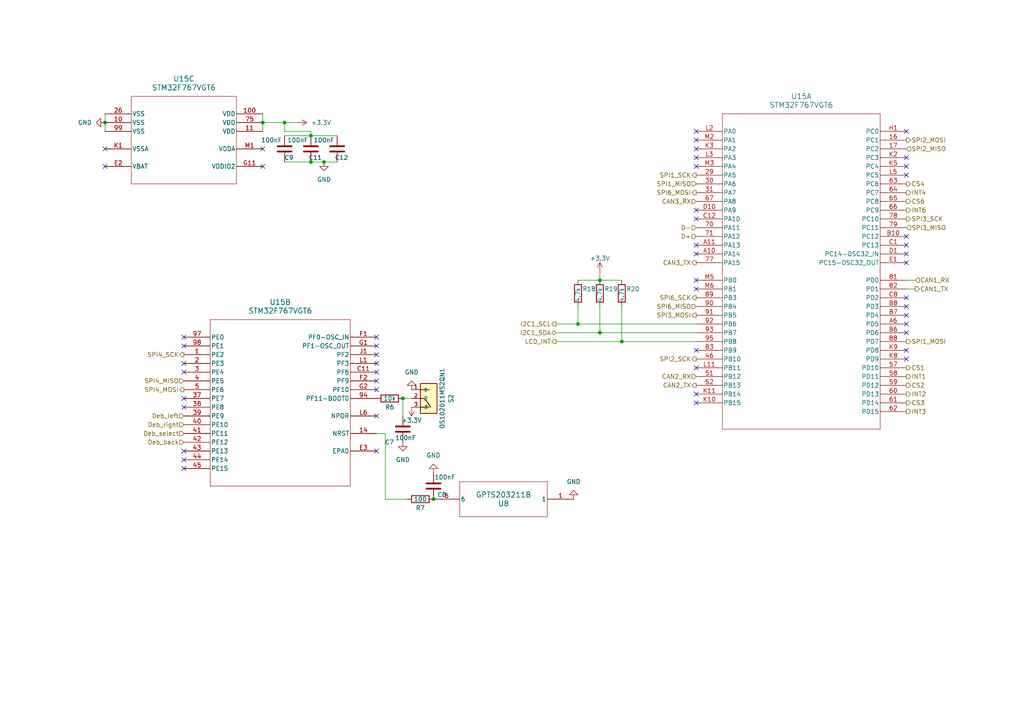
<source format=kicad_sch>
(kicad_sch (version 20230121) (generator eeschema)
  (paper "A4")
  (lib_symbols
    (symbol "2024-05-13_21-50-54:GPTS203211B" (pin_names (offset 0.254))
      (property "Reference" "U" (at 20.32 10.16 0))
      (property "Value" "GPTS203211B" (at 20.32 7.62 0))
      (symbol "GPTS203211B_0_1"
        (polyline (pts (xy 7.62 -5.08) (xy 33.02 -5.08)) (stroke (width 0.127)))
        (polyline (pts (xy 7.62 5.08) (xy 7.62 -5.08)) (stroke (width 0.127)))
        (polyline (pts (xy 33.02 -5.08) (xy 33.02 5.08)) (stroke (width 0.127)))
        (polyline (pts (xy 33.02 5.08) (xy 7.62 5.08)) (stroke (width 0.127)))
        (pin unspecified line (at 0 0 0) (length 7.62) (name "1") (number "1"))
        (pin unspecified line (at 40.64 0 180) (length 7.62) (name "6") (number "6"))
      )
    )
    (symbol "2024-05-15_22-34-41:STM32F767VGT6" (pin_names (offset 0.254))
      (property "Reference" "U" (at 30.48 10.16 0))
      (property "Value" "STM32F767VGT6" (at 30.48 7.62 0))
      (symbol "STM32F767VGT6_1_1"
        (polyline (pts (xy 7.62 -86.36) (xy 53.34 -86.36)) (stroke (width 0.127)))
        (polyline (pts (xy 7.62 5.08) (xy 7.62 -86.36)) (stroke (width 0.127)))
        (polyline (pts (xy 53.34 -86.36) (xy 53.34 5.08)) (stroke (width 0.127)))
        (polyline (pts (xy 53.34 5.08) (xy 7.62 5.08)) (stroke (width 0.127)))
        (pin bidirectional line (at 60.96 -2.54 180) (length 7.62) (name "PC1") (number "16"))
        (pin bidirectional line (at 60.96 -5.08 180) (length 7.62) (name "PC2") (number "17"))
        (pin bidirectional line (at 0 -12.7 0) (length 7.62) (name "PA5") (number "29"))
        (pin bidirectional line (at 0 -15.24 0) (length 7.62) (name "PA6") (number "30"))
        (pin bidirectional line (at 0 -17.78 0) (length 7.62) (name "PA7") (number "31"))
        (pin bidirectional line (at 0 -66.04 0) (length 7.62) (name "PB10") (number "46"))
        (pin bidirectional line (at 0 -71.12 0) (length 7.62) (name "PB12") (number "51"))
        (pin bidirectional line (at 0 -73.66 0) (length 7.62) (name "PB13") (number "52"))
        (pin bidirectional line (at 60.96 -68.58 180) (length 7.62) (name "PD10") (number "57"))
        (pin bidirectional line (at 60.96 -71.12 180) (length 7.62) (name "PD11") (number "58"))
        (pin bidirectional line (at 60.96 -73.66 180) (length 7.62) (name "PD12") (number "59"))
        (pin bidirectional line (at 60.96 -76.2 180) (length 7.62) (name "PD13") (number "60"))
        (pin bidirectional line (at 60.96 -78.74 180) (length 7.62) (name "PD14") (number "61"))
        (pin bidirectional line (at 60.96 -81.28 180) (length 7.62) (name "PD15") (number "62"))
        (pin bidirectional line (at 60.96 -15.24 180) (length 7.62) (name "PC6") (number "63"))
        (pin bidirectional line (at 60.96 -17.78 180) (length 7.62) (name "PC7") (number "64"))
        (pin bidirectional line (at 60.96 -20.32 180) (length 7.62) (name "PC8") (number "65"))
        (pin bidirectional line (at 60.96 -22.86 180) (length 7.62) (name "PC9") (number "66"))
        (pin bidirectional line (at 0 -20.32 0) (length 7.62) (name "PA8") (number "67"))
        (pin bidirectional line (at 0 -27.94 0) (length 7.62) (name "PA11") (number "70"))
        (pin bidirectional line (at 0 -30.48 0) (length 7.62) (name "PA12") (number "71"))
        (pin bidirectional line (at 0 -38.1 0) (length 7.62) (name "PA15") (number "77"))
        (pin bidirectional line (at 60.96 -25.4 180) (length 7.62) (name "PC10") (number "78"))
        (pin bidirectional line (at 60.96 -27.94 180) (length 7.62) (name "PC11") (number "79"))
        (pin bidirectional line (at 60.96 -43.18 180) (length 7.62) (name "PD0") (number "81"))
        (pin bidirectional line (at 60.96 -45.72 180) (length 7.62) (name "PD1") (number "82"))
        (pin bidirectional line (at 60.96 -60.96 180) (length 7.62) (name "PD7") (number "88"))
        (pin bidirectional line (at 0 -48.26 0) (length 7.62) (name "PB3") (number "89"))
        (pin bidirectional line (at 0 -50.8 0) (length 7.62) (name "PB4") (number "90"))
        (pin bidirectional line (at 0 -53.34 0) (length 7.62) (name "PB5") (number "91"))
        (pin bidirectional line (at 0 -55.88 0) (length 7.62) (name "PB6") (number "92"))
        (pin bidirectional line (at 0 -58.42 0) (length 7.62) (name "PB7") (number "93"))
        (pin bidirectional line (at 0 -60.96 0) (length 7.62) (name "PB8") (number "95"))
        (pin bidirectional line (at 0 -35.56 0) (length 7.62) (name "PA14") (number "A10"))
        (pin bidirectional line (at 0 -33.02 0) (length 7.62) (name "PA13") (number "A11"))
        (pin bidirectional line (at 60.96 -55.88 180) (length 7.62) (name "PD5") (number "A6"))
        (pin bidirectional line (at 60.96 -30.48 180) (length 7.62) (name "PC12") (number "B10"))
        (pin bidirectional line (at 0 -63.5 0) (length 7.62) (name "PB9") (number "B3"))
        (pin bidirectional line (at 60.96 -58.42 180) (length 7.62) (name "PD6") (number "B6"))
        (pin bidirectional line (at 60.96 -53.34 180) (length 7.62) (name "PD4") (number "B7"))
        (pin bidirectional line (at 60.96 -50.8 180) (length 7.62) (name "PD3") (number "B8"))
        (pin bidirectional line (at 60.96 -33.02 180) (length 7.62) (name "PC13") (number "C1"))
        (pin bidirectional line (at 0 -25.4 0) (length 7.62) (name "PA10") (number "C12"))
        (pin bidirectional line (at 60.96 -48.26 180) (length 7.62) (name "PD2") (number "C8"))
        (pin bidirectional line (at 60.96 -35.56 180) (length 7.62) (name "PC14-OSC32_IN") (number "D1"))
        (pin bidirectional line (at 0 -22.86 0) (length 7.62) (name "PA9") (number "D10"))
        (pin bidirectional line (at 60.96 -38.1 180) (length 7.62) (name "PC15-OSC32_OUT") (number "E1"))
        (pin bidirectional line (at 60.96 0 180) (length 7.62) (name "PC0") (number "H1"))
        (pin bidirectional line (at 0 -78.74 0) (length 7.62) (name "PB15") (number "K10"))
        (pin bidirectional line (at 0 -76.2 0) (length 7.62) (name "PB14") (number "K11"))
        (pin bidirectional line (at 60.96 -7.62 180) (length 7.62) (name "PC3") (number "K2"))
        (pin bidirectional line (at 0 -5.08 0) (length 7.62) (name "PA2") (number "K3"))
        (pin bidirectional line (at 60.96 -10.16 180) (length 7.62) (name "PC4") (number "K5"))
        (pin bidirectional line (at 60.96 -66.04 180) (length 7.62) (name "PD9") (number "K8"))
        (pin bidirectional line (at 60.96 -63.5 180) (length 7.62) (name "PD8") (number "K9"))
        (pin bidirectional line (at 0 -68.58 0) (length 7.62) (name "PB11") (number "L11"))
        (pin bidirectional line (at 0 0 0) (length 7.62) (name "PA0") (number "L2"))
        (pin bidirectional line (at 0 -7.62 0) (length 7.62) (name "PA3") (number "L3"))
        (pin bidirectional line (at 60.96 -12.7 180) (length 7.62) (name "PC5") (number "L5"))
        (pin bidirectional line (at 0 -2.54 0) (length 7.62) (name "PA1") (number "M2"))
        (pin bidirectional line (at 0 -10.16 0) (length 7.62) (name "PA4") (number "M3"))
        (pin bidirectional line (at 0 -43.18 0) (length 7.62) (name "PB0") (number "M5"))
        (pin bidirectional line (at 0 -45.72 0) (length 7.62) (name "PB1") (number "M6"))
      )
      (symbol "STM32F767VGT6_2_1"
        (polyline (pts (xy 7.62 -43.18) (xy 48.26 -43.18)) (stroke (width 0.127)))
        (polyline (pts (xy 7.62 5.08) (xy 7.62 -43.18)) (stroke (width 0.127)))
        (polyline (pts (xy 48.26 -43.18) (xy 48.26 5.08)) (stroke (width 0.127)))
        (polyline (pts (xy 48.26 5.08) (xy 7.62 5.08)) (stroke (width 0.127)))
        (pin bidirectional line (at 0 -5.08 0) (length 7.62) (name "PE2") (number "1"))
        (pin bidirectional line (at 55.88 -27.94 180) (length 7.62) (name "NRST") (number "14"))
        (pin bidirectional line (at 0 -7.62 0) (length 7.62) (name "PE3") (number "2"))
        (pin bidirectional line (at 0 -10.16 0) (length 7.62) (name "PE4") (number "3"))
        (pin bidirectional line (at 0 -17.78 0) (length 7.62) (name "PE7") (number "37"))
        (pin bidirectional line (at 0 -20.32 0) (length 7.62) (name "PE8") (number "38"))
        (pin bidirectional line (at 0 -22.86 0) (length 7.62) (name "PE9") (number "39"))
        (pin bidirectional line (at 0 -12.7 0) (length 7.62) (name "PE5") (number "4"))
        (pin bidirectional line (at 0 -25.4 0) (length 7.62) (name "PE10") (number "40"))
        (pin bidirectional line (at 0 -27.94 0) (length 7.62) (name "PE11") (number "41"))
        (pin bidirectional line (at 0 -30.48 0) (length 7.62) (name "PE12") (number "42"))
        (pin bidirectional line (at 0 -33.02 0) (length 7.62) (name "PE13") (number "43"))
        (pin bidirectional line (at 0 -35.56 0) (length 7.62) (name "PE14") (number "44"))
        (pin bidirectional line (at 0 -38.1 0) (length 7.62) (name "PE15") (number "45"))
        (pin bidirectional line (at 0 -15.24 0) (length 7.62) (name "PE6") (number "5"))
        (pin bidirectional line (at 55.88 -17.78 180) (length 7.62) (name "PF11-BOOT0") (number "94"))
        (pin bidirectional line (at 0 0 0) (length 7.62) (name "PE0") (number "97"))
        (pin bidirectional line (at 0 -2.54 0) (length 7.62) (name "PE1") (number "98"))
        (pin bidirectional line (at 55.88 -10.16 180) (length 7.62) (name "PF6") (number "C11"))
        (pin unspecified line (at 55.88 -33.02 180) (length 7.62) (name "EPAD") (number "E3"))
        (pin bidirectional line (at 55.88 0 180) (length 7.62) (name "PF0-OSC_IN") (number "F1"))
        (pin bidirectional line (at 55.88 -12.7 180) (length 7.62) (name "PF9") (number "F2"))
        (pin bidirectional line (at 55.88 -2.54 180) (length 7.62) (name "PF1-OSC_OUT") (number "G1"))
        (pin bidirectional line (at 55.88 -15.24 180) (length 7.62) (name "PF10") (number "G2"))
        (pin bidirectional line (at 55.88 -5.08 180) (length 7.62) (name "PF2") (number "J1"))
        (pin bidirectional line (at 55.88 -7.62 180) (length 7.62) (name "PF3") (number "L1"))
        (pin input line (at 55.88 -22.86 180) (length 7.62) (name "NPOR") (number "L6"))
      )
      (symbol "STM32F767VGT6_3_1"
        (polyline (pts (xy 7.62 -20.32) (xy 38.1 -20.32)) (stroke (width 0.127)))
        (polyline (pts (xy 7.62 5.08) (xy 7.62 -20.32)) (stroke (width 0.127)))
        (polyline (pts (xy 38.1 -20.32) (xy 38.1 5.08)) (stroke (width 0.127)))
        (polyline (pts (xy 38.1 5.08) (xy 7.62 5.08)) (stroke (width 0.127)))
        (pin power_in line (at 0 -2.54 0) (length 7.62) (name "VSS") (number "10"))
        (pin power_in line (at 45.72 0 180) (length 7.62) (name "VDD") (number "100"))
        (pin power_in line (at 45.72 -5.08 180) (length 7.62) (name "VDD") (number "11"))
        (pin power_in line (at 0 0 0) (length 7.62) (name "VSS") (number "26"))
        (pin power_in line (at 45.72 -2.54 180) (length 7.62) (name "VDD") (number "75"))
        (pin power_in line (at 0 -5.08 0) (length 7.62) (name "VSS") (number "99"))
        (pin power_in line (at 0 -15.24 0) (length 7.62) (name "VBAT") (number "E2"))
        (pin power_in line (at 45.72 -15.24 180) (length 7.62) (name "VDDIO2") (number "G11"))
        (pin power_in line (at 0 -10.16 0) (length 7.62) (name "VSSA") (number "K1"))
        (pin power_in line (at 45.72 -10.16 180) (length 7.62) (name "VDDA") (number "M1"))
      )
    )
    (symbol "Device:C" (pin_numbers hide) (pin_names (offset 0.254))
      (property "Reference" "C" (at 0.635 2.54 0))
      (property "Value" "C" (at 0.635 -2.54 0))
      (symbol "C_0_1"
        (polyline (pts (xy -2.032 -0.762) (xy 2.032 -0.762)) (stroke (width 0.508)))
        (polyline (pts (xy -2.032 0.762) (xy 2.032 0.762)) (stroke (width 0.508)))
      )
      (symbol "C_1_1"
        (pin passive line (at 0 3.81 270) (length 2.794) (name "~") (number "1"))
        (pin passive line (at 0 -3.81 90) (length 2.794) (name "~") (number "2"))
      )
    )
    (symbol "Device:R" (pin_numbers hide) (pin_names (offset 0))
      (property "Reference" "R" (at 2.032 0 90))
      (property "Value" "R" (at 0 0 90))
      (symbol "R_0_1"
        (rectangle (start -1.016 -2.54) (end 1.016 2.54) (stroke (width 0.254)))
      )
      (symbol "R_1_1"
        (pin passive line (at 0 3.81 270) (length 1.27) (name "~") (number "1"))
        (pin passive line (at 0 -3.81 90) (length 1.27) (name "~") (number "2"))
      )
    )
    (symbol "OS102011MS2QN1:OS102011MS2QN1" (pin_names (offset 1.016))
      (property "Reference" "S" (at -2.5411 5.0822 0))
      (property "Value" "OS102011MS2QN1" (at -2.544 -7.6319 0))
      (symbol "OS102011MS2QN1_0_0"
        (rectangle (start -2.54 -4.318) (end 2.286 4.318) (stroke (width 0.254)) (fill (type background)))
        (polyline (pts (xy -2.54 -2.54) (xy 0 -2.54)) (stroke (width 0.254)))
        (polyline (pts (xy -2.54 0) (xy -1.27 0)) (stroke (width 0.254)))
        (polyline (pts (xy -2.54 2.54) (xy 0 2.54)) (stroke (width 0.254)))
        (polyline (pts (xy -1.27 0) (xy 0.508 -2.54)) (stroke (width 0.254)))
        (pin passive line (at -5.08 2.54 0) (length 2.54) (name "1") (number "1"))
        (pin passive line (at -5.08 0 0) (length 2.54) (name "2") (number "2"))
        (pin passive line (at -5.08 -2.54 0) (length 2.54) (name "3") (number "3"))
      )
    )
    (symbol "power:+3.3V" (power) (pin_names (offset 0))
      (property "Value" "+3.3V" (at 0 3.556 0))
      (symbol "+3.3V_0_1"
        (polyline (pts (xy -0.762 1.27) (xy 0 2.54)))
        (polyline (pts (xy 0 0) (xy 0 2.54)))
        (polyline (pts (xy 0 2.54) (xy 0.762 1.27)))
      )
      (symbol "+3.3V_1_1"
        (pin power_in line (at 0 0 90) (length 0) hide (name "+3.3V") (number "1"))
      )
    )
    (symbol "power:GND" (power) (pin_names (offset 0))
      (property "Value" "GND" (at 0 -3.81 0))
      (symbol "GND_0_1"
        (polyline (pts (xy 0 0) (xy 0 -1.27) (xy 1.27 -1.27) (xy 0 -2.54) (xy -1.27 -1.27) (xy 0 -1.27)))
      )
      (symbol "GND_1_1"
        (pin power_in line (at 0 0 270) (length 0) hide (name "GND") (number "1"))
      )
    )
  )
  (junction (at 76.2 35.56))
  (junction (at 167.64 93.98))
  (junction (at 93.98 46.99))
  (junction (at 82.55 35.56))
  (junction (at 116.84 115.57))
  (junction (at 173.99 96.52))
  (junction (at 125.73 144.78))
  (junction (at 90.17 46.99))
  (junction (at 90.17 39.37))
  (junction (at 30.48 35.56))
  (junction (at 180.34 99.06))
  (junction (at 173.99 81.28))
  (no_connect (at 76.2 43.18))
  (no_connect (at 201.93 71.12))
  (no_connect (at 201.93 81.28))
  (no_connect (at 30.48 48.26))
  (no_connect (at 109.22 100.33))
  (no_connect (at 262.89 93.98))
  (no_connect (at 53.34 107.95))
  (no_connect (at 201.93 101.6))
  (no_connect (at 76.2 48.26))
  (no_connect (at 109.22 105.41))
  (no_connect (at 201.93 60.96))
  (no_connect (at 53.34 118.11))
  (no_connect (at 262.89 45.72))
  (no_connect (at 53.34 135.89))
  (no_connect (at 262.89 76.2))
  (no_connect (at 109.22 102.87))
  (no_connect (at 201.93 45.72))
  (no_connect (at 201.93 106.68))
  (no_connect (at 109.22 107.95))
  (no_connect (at 262.89 50.8))
  (no_connect (at 53.34 133.35))
  (no_connect (at 201.93 38.1))
  (no_connect (at 201.93 114.3))
  (no_connect (at 53.34 130.81))
  (no_connect (at 201.93 43.18))
  (no_connect (at 53.34 97.79))
  (no_connect (at 262.89 91.44))
  (no_connect (at 201.93 40.64))
  (no_connect (at 109.22 130.81))
  (no_connect (at 30.48 43.18))
  (no_connect (at 262.89 104.14))
  (no_connect (at 262.89 101.6))
  (no_connect (at 109.22 110.49))
  (no_connect (at 262.89 48.26))
  (no_connect (at 262.89 38.1))
  (no_connect (at 109.22 97.79))
  (no_connect (at 262.89 88.9))
  (no_connect (at 201.93 48.26))
  (no_connect (at 262.89 73.66))
  (no_connect (at 53.34 105.41))
  (no_connect (at 201.93 83.82))
  (no_connect (at 262.89 96.52))
  (no_connect (at 262.89 86.36))
  (no_connect (at 109.22 113.03))
  (no_connect (at 109.22 120.65))
  (no_connect (at 53.34 100.33))
  (no_connect (at 201.93 73.66))
  (no_connect (at 53.34 115.57))
  (no_connect (at 262.89 68.58))
  (no_connect (at 262.89 71.12))
  (no_connect (at 201.93 63.5))
  (no_connect (at 201.93 116.84))
  (wire (pts (xy 76.2 33.02) (xy 76.2 35.56)))
  (wire (pts (xy 119.38 115.57) (xy 116.84 115.57)))
  (wire (pts (xy 173.99 78.74) (xy 173.99 81.28)))
  (wire (pts (xy 30.48 33.02) (xy 30.48 35.56)))
  (wire (pts (xy 161.29 99.06) (xy 180.34 99.06)))
  (wire (pts (xy 82.55 38.1) (xy 82.55 35.56)))
  (wire (pts (xy 265.43 81.28) (xy 262.89 81.28)))
  (wire (pts (xy 173.99 88.9) (xy 173.99 96.52)))
  (wire (pts (xy 167.64 93.98) (xy 201.93 93.98)))
  (wire (pts (xy 30.48 35.56) (xy 30.48 38.1)))
  (wire (pts (xy 173.99 81.28) (xy 180.34 81.28)))
  (wire (pts (xy 111.76 144.78) (xy 111.76 125.73)))
  (wire (pts (xy 90.17 46.99) (xy 93.98 46.99)))
  (wire (pts (xy 82.55 35.56) (xy 86.36 35.56)))
  (wire (pts (xy 90.17 39.37) (xy 90.17 38.1)))
  (wire (pts (xy 90.17 39.37) (xy 97.79 39.37)))
  (wire (pts (xy 180.34 99.06) (xy 201.93 99.06)))
  (wire (pts (xy 167.64 81.28) (xy 173.99 81.28)))
  (wire (pts (xy 111.76 125.73) (xy 109.22 125.73)))
  (wire (pts (xy 265.43 83.82) (xy 262.89 83.82)))
  (wire (pts (xy 82.55 46.99) (xy 90.17 46.99)))
  (wire (pts (xy 111.76 144.78) (xy 118.11 144.78)))
  (wire (pts (xy 116.84 120.65) (xy 116.84 115.57)))
  (wire (pts (xy 167.64 88.9) (xy 167.64 93.98)))
  (wire (pts (xy 161.29 93.98) (xy 167.64 93.98)))
  (wire (pts (xy 180.34 88.9) (xy 180.34 99.06)))
  (wire (pts (xy 173.99 96.52) (xy 201.93 96.52)))
  (wire (pts (xy 82.55 39.37) (xy 90.17 39.37)))
  (wire (pts (xy 93.98 46.99) (xy 97.79 46.99)))
  (wire (pts (xy 90.17 38.1) (xy 82.55 38.1)))
  (wire (pts (xy 76.2 35.56) (xy 82.55 35.56)))
  (wire (pts (xy 161.29 96.52) (xy 173.99 96.52)))
  (wire (pts (xy 76.2 35.56) (xy 76.2 38.1)))
  (hierarchical_label "Deb_back" (shape input) (at 53.34 128.27 180))
  (hierarchical_label "I2C1_SDA" (shape bidirectional) (at 161.29 96.52 180))
  (hierarchical_label "CS1" (shape output) (at 262.89 106.68 0))
  (hierarchical_label "INT2" (shape output) (at 262.89 114.3 0))
  (hierarchical_label "CS6" (shape output) (at 262.89 58.42 0))
  (hierarchical_label "SPI3_MISO" (shape input) (at 262.89 66.04 0))
  (hierarchical_label "SPI4_SCK" (shape output) (at 53.34 102.87 180))
  (hierarchical_label "SPI1_MOSI" (shape output) (at 262.89 99.06 0))
  (hierarchical_label "Deb_left" (shape input) (at 53.34 120.65 180))
  (hierarchical_label "CAN2_RX" (shape input) (at 201.93 109.22 180))
  (hierarchical_label "INT6" (shape output) (at 262.89 60.96 0))
  (hierarchical_label "SPI2_SCK" (shape output) (at 201.93 104.14 180))
  (hierarchical_label "CS3" (shape output) (at 262.89 116.84 0))
  (hierarchical_label "CAN3_TX" (shape output) (at 201.93 76.2 180))
  (hierarchical_label "CS2" (shape output) (at 262.89 111.76 0))
  (hierarchical_label "SPI4_MOSI" (shape output) (at 53.34 113.03 180))
  (hierarchical_label "Deb_select" (shape input) (at 53.34 125.73 180))
  (hierarchical_label "SPI1_MISO" (shape input) (at 201.93 53.34 180))
  (hierarchical_label "SPI1_SCK" (shape output) (at 201.93 50.8 180))
  (hierarchical_label "CAN2_TX" (shape output) (at 201.93 111.76 180))
  (hierarchical_label "CAN1_TX" (shape output) (at 265.43 83.82 0))
  (hierarchical_label "SPI3_MOSI" (shape output) (at 201.93 91.44 180))
  (hierarchical_label "CAN3_RX" (shape input) (at 201.93 58.42 180))
  (hierarchical_label "INT3" (shape output) (at 262.89 119.38 0))
  (hierarchical_label "SPI4_MISO" (shape input) (at 53.34 110.49 180))
  (hierarchical_label "INT1" (shape output) (at 262.89 109.22 0))
  (hierarchical_label "SPI2_MISO" (shape input) (at 262.89 43.18 0))
  (hierarchical_label "I2C1_SCL" (shape output) (at 161.29 93.98 180))
  (hierarchical_label "SPI6_SCK" (shape output) (at 201.93 86.36 180))
  (hierarchical_label "D+" (shape input) (at 201.93 68.58 180))
  (hierarchical_label "LCD_INT" (shape output) (at 161.29 99.06 180))
  (hierarchical_label "INT4" (shape output) (at 262.89 55.88 0))
  (hierarchical_label "SPI2_MOSI" (shape output) (at 262.89 40.64 0))
  (hierarchical_label "SPI6_MISO" (shape input) (at 201.93 88.9 180))
  (hierarchical_label "SPI6_MOSI" (shape output) (at 201.93 55.88 180))
  (hierarchical_label "SPI3_SCK" (shape output) (at 262.89 63.5 0))
  (hierarchical_label "D-" (shape input) (at 201.93 66.04 180))
  (hierarchical_label "CAN1_RX" (shape input) (at 265.43 81.28 0))
  (hierarchical_label "Deb_right" (shape input) (at 53.34 123.19 180))
  (hierarchical_label "CS4" (shape output) (at 262.89 53.34 0))
  (symbol (lib_id "Device:R") (at 113.03 115.57 270) (unit 1)
    (property "Reference" "R6" (at 113.03 118.11 90))
    (property "Value" "10k" (at 113.03 115.57 90))
    (property "Footprint" "Resistor_SMD:R_0402_1005Metric" (effects hide))
    (instances (project "Motor Programmer Rev. 2" (path "" (reference "R6") (unit 1)) (path "" (reference "R17") (unit 1))))
  )
  (symbol (lib_id "2024-05-13_21-50-54:GPTS203211B") (at 166.37 144.78 180) (unit 1)
    (property "Reference" "U8" (at 146.05 146.05 0) (effects (font (size 1.524 1.524))))
    (property "Value" "GPTS203211B" (at 146.05 143.51 0) (effects (font (size 1.524 1.524))))
    (property "Footprint" "footprints:SWITCH_03211B" (effects hide))
    (property "Datasheet" "GPTS203211B" (effects hide))
    (instances (project "Motor Programmer Rev. 2" (path "" (reference "U8") (unit 1)) (path "" (reference "U16") (unit 1))))
  )
  (symbol (lib_id "Device:R") (at 121.92 144.78 270) (unit 1)
    (property "Reference" "R7" (at 121.92 147.32 90))
    (property "Value" "100" (at 121.92 144.78 90))
    (property "Footprint" "Resistor_SMD:R_0402_1005Metric" (effects hide))
    (instances (project "Motor Programmer Rev. 2" (path "" (reference "R7") (unit 1)) (path "" (reference "R16") (unit 1))))
  )
  (symbol (lib_id "power:+3.3V") (at 119.38 118.11 180) (unit 1)
    (property "Reference" "#PWR024" (effects hide))
    (property "Value" "+3.3V" (at 119.38 121.92 0))
    (instances (project "Motor Programmer Rev. 2" (path "" (reference "#PWR024") (unit 1)) (path "" (reference "#PWR060") (unit 1))) (project "ESP32_S2_SOLO_N4 Kicad Reference Design" (path "" (reference "#PWR03") (unit 1))) (project "esp32" (path "" (reference "#PWR05") (unit 1))))
  )
  (symbol (lib_id "Device:R") (at 167.64 85.09 0) (unit 1)
    (property "Reference" "R18" (at 168.91 83.82 0) (effects (justify left)))
    (property "Value" "4.7k" (at 167.64 87.63 90) (effects (justify left)))
    (property "Footprint" "Resistor_SMD:R_0402_1005Metric" (effects hide))
  )
  (symbol (lib_id "2024-05-15_22-34-41:STM32F767VGT6") (at 201.93 38.1 0) (unit 1)
    (property "Reference" "U15" (at 232.41 27.94 0) (effects (font (size 1.524 1.524))))
    (property "Value" "STM32F767VGT6" (at 232.41 30.48 0) (effects (font (size 1.524 1.524))))
    (property "Footprint" "QFP50P1600X1600X160-100N:QFP50P1600X1600X160-100N" (effects hide))
    (property "Datasheet" "STM32F767VGT6" (effects hide))
  )
  (symbol (lib_id "2024-05-15_22-34-41:STM32F767VGT6") (at 30.48 33.02 0) (unit 3)
    (property "Reference" "U15" (at 53.34 22.86 0) (effects (font (size 1.524 1.524))))
    (property "Value" "STM32F767VGT6" (at 53.34 25.4 0) (effects (font (size 1.524 1.524))))
    (property "Footprint" "QFP50P1600X1600X160-100N:QFP50P1600X1600X160-100N" (effects hide))
    (property "Datasheet" "STM32F767VGT6" (effects hide))
  )
  (symbol (lib_id "Device:C") (at 97.79 43.18 0) (unit 1)
    (property "Reference" "C12" (at 99.06 45.72 0))
    (property "Value" "100nF" (at 93.98 40.64 0))
    (property "Footprint" "Capacitor_SMD:C_0402_1005Metric" (effects hide))
    (instances (project "Motor Programmer Rev. 2" (path "" (reference "C12") (unit 1)) (path "" (reference "C29") (unit 1))))
  )
  (symbol (lib_id "power:GND") (at 93.98 46.99 0) (unit 1)
    (property "Reference" "#PWR021" (effects hide))
    (property "Value" "GND" (at 93.98 52.07 0))
    (instances (project "Motor Programmer Rev. 2" (path "" (reference "#PWR021") (unit 1)) (path "" (reference "#PWR065") (unit 1))))
  )
  (symbol (lib_id "power:GND") (at 30.48 35.56 270) (unit 1)
    (property "Reference" "#PWR022" (effects hide))
    (property "Value" "GND" (at 26.67 35.56 90) (effects (justify right)))
    (instances (project "Motor Programmer Rev. 2" (path "" (reference "#PWR022") (unit 1)) (path "" (reference "#PWR063") (unit 1))))
  )
  (symbol (lib_id "power:GND") (at 125.73 137.16 180) (unit 1)
    (property "Reference" "#PWR028" (effects hide))
    (property "Value" "GND" (at 125.73 132.08 0))
    (instances (project "Motor Programmer Rev. 2" (path "" (reference "#PWR028") (unit 1)) (path "" (reference "#PWR058") (unit 1))))
  )
  (symbol (lib_id "Device:R") (at 173.99 85.09 0) (unit 1)
    (property "Reference" "R19" (at 175.26 83.82 0) (effects (justify left)))
    (property "Value" "4.7k" (at 173.99 87.63 90) (effects (justify left)))
    (property "Footprint" "Resistor_SMD:R_0402_1005Metric" (effects hide))
  )
  (symbol (lib_id "Device:C") (at 125.73 140.97 180) (unit 1)
    (property "Reference" "C8" (at 129.54 143.51 0) (effects (justify left)))
    (property "Value" "100nF" (at 132.08 138.43 0) (effects (justify left)))
    (property "Footprint" "Capacitor_SMD:C_0402_1005Metric" (effects hide))
    (instances (project "Motor Programmer Rev. 2" (path "" (reference "C8") (unit 1)) (path "" (reference "C25") (unit 1))))
  )
  (symbol (lib_id "Device:C") (at 116.84 124.46 180) (unit 1)
    (property "Reference" "C7" (at 114.3 128.27 0) (effects (justify left)))
    (property "Value" "100nF" (at 120.65 127 0) (effects (justify left)))
    (property "Footprint" "Capacitor_SMD:C_0402_1005Metric" (effects hide))
    (instances (project "Motor Programmer Rev. 2" (path "" (reference "C7") (unit 1)) (path "" (reference "C26") (unit 1))))
  )
  (symbol (lib_id "2024-05-15_22-34-41:STM32F767VGT6") (at 53.34 97.79 0) (unit 2)
    (property "Reference" "U15" (at 81.28 87.63 0) (effects (font (size 1.524 1.524))))
    (property "Value" "STM32F767VGT6" (at 81.28 90.17 0) (effects (font (size 1.524 1.524))))
    (property "Footprint" "QFP50P1600X1600X160-100N:QFP50P1600X1600X160-100N" (effects hide))
    (property "Datasheet" "STM32F767VGT6" (effects hide))
  )
  (symbol (lib_id "power:GND") (at 116.84 128.27 0) (unit 1)
    (property "Reference" "#PWR026" (effects hide))
    (property "Value" "GND" (at 116.84 133.35 0))
    (instances (project "Motor Programmer Rev. 2" (path "" (reference "#PWR026") (unit 1)) (path "" (reference "#PWR062") (unit 1))))
  )
  (symbol (lib_id "power:GND") (at 119.38 113.03 180) (unit 1)
    (property "Reference" "#PWR025" (effects hide))
    (property "Value" "GND" (at 119.38 107.95 0))
    (instances (project "Motor Programmer Rev. 2" (path "" (reference "#PWR025") (unit 1)) (path "" (reference "#PWR061") (unit 1))))
  )
  (symbol (lib_id "power:+3.3V") (at 173.99 78.74 0) (unit 1)
    (property "Reference" "#PWR024" (effects hide))
    (property "Value" "+3.3V" (at 173.99 74.93 0))
    (instances (project "Motor Programmer Rev. 2" (path "" (reference "#PWR024") (unit 1)) (path "" (reference "#PWR066") (unit 1))) (project "ESP32_S2_SOLO_N4 Kicad Reference Design" (path "" (reference "#PWR03") (unit 1))) (project "esp32" (path "" (reference "#PWR05") (unit 1))))
  )
  (symbol (lib_id "Device:C") (at 90.17 43.18 0) (unit 1)
    (property "Reference" "C11" (at 91.44 45.72 0))
    (property "Value" "100nF" (at 86.36 40.64 0))
    (property "Footprint" "Capacitor_SMD:C_0402_1005Metric" (effects hide))
    (instances (project "Motor Programmer Rev. 2" (path "" (reference "C11") (unit 1)) (path "" (reference "C28") (unit 1))))
  )
  (symbol (lib_id "Device:C") (at 82.55 43.18 0) (unit 1)
    (property "Reference" "C9" (at 83.82 45.72 0))
    (property "Value" "100nF" (at 78.74 40.64 0))
    (property "Footprint" "Capacitor_SMD:C_0402_1005Metric" (effects hide))
    (instances (project "Motor Programmer Rev. 2" (path "" (reference "C9") (unit 1)) (path "" (reference "C27") (unit 1))))
  )
  (symbol (lib_id "OS102011MS2QN1:OS102011MS2QN1") (at 124.46 115.57 0) (unit 1)
    (property "Reference" "S2" (at 130.81 114.3 90) (effects (justify right)))
    (property "Value" "OS102011MS2QN1" (at 128.27 106.68 90) (effects (justify right)))
    (property "Footprint" "OS102011MS2QN1:SW_OS102011MS2QN1" (effects hide))
    (property "STANDARD" "MANUFACTURER RECOMMENDATIONS" (effects hide))
    (property "MANUFACTURER" "C&K" (effects hide))
    (instances (project "Motor Programmer Rev. 2" (path "" (reference "S2") (unit 1)) (path "" (reference "S3") (unit 1))))
  )
  (symbol (lib_id "power:+3.3V") (at 86.36 35.56 270) (unit 1)
    (property "Reference" "#PWR064" (effects hide))
    (property "Value" "+3.3V" (at 90.17 35.56 90) (effects (justify left)))
  )
  (symbol (lib_id "power:GND") (at 166.37 144.78 180) (unit 1)
    (property "Reference" "#PWR027" (effects hide))
    (property "Value" "GND" (at 166.37 139.7 0))
    (instances (project "Motor Programmer Rev. 2" (path "" (reference "#PWR027") (unit 1)) (path "" (reference "#PWR012") (unit 1))))
  )
  (symbol (lib_id "Device:R") (at 180.34 85.09 0) (unit 1)
    (property "Reference" "R20" (at 181.61 83.82 0) (effects (justify left)))
    (property "Value" "4.7k" (at 180.34 87.63 90) (effects (justify left)))
    (property "Footprint" "Resistor_SMD:R_0402_1005Metric" (effects hide))
  )
)
</source>
